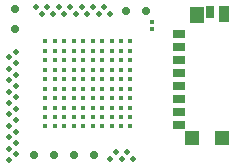
<source format=gbr>
G04 #@! TF.GenerationSoftware,KiCad,Pcbnew,(5.1.0)-1*
G04 #@! TF.CreationDate,2019-07-29T23:07:27-07:00*
G04 #@! TF.ProjectId,WireFreeV4_Release,57697265-4672-4656-9556-345f52656c65,rev?*
G04 #@! TF.SameCoordinates,Original*
G04 #@! TF.FileFunction,Paste,Top*
G04 #@! TF.FilePolarity,Positive*
%FSLAX46Y46*%
G04 Gerber Fmt 4.6, Leading zero omitted, Abs format (unit mm)*
G04 Created by KiCad (PCBNEW (5.1.0)-1) date 2019-07-29 23:07:27*
%MOMM*%
%LPD*%
G04 APERTURE LIST*
%ADD10C,0.700000*%
%ADD11R,0.340000X0.310000*%
%ADD12C,0.370000*%
%ADD13C,0.508000*%
%ADD14R,0.900000X1.400000*%
%ADD15R,0.700000X1.000000*%
%ADD16R,1.200000X1.450000*%
%ADD17R,1.000000X0.700000*%
%ADD18R,1.200000X1.150000*%
G04 APERTURE END LIST*
D10*
X142538579Y-85249261D03*
X140838579Y-85249261D03*
X134717439Y-97448819D03*
X138140000Y-97430000D03*
X136417439Y-97428819D03*
X133050000Y-97440000D03*
X131430000Y-85080000D03*
X131448039Y-86812839D03*
D11*
X143010000Y-86770000D03*
X143010000Y-86220000D03*
D12*
X134018900Y-95034720D03*
X134018900Y-94234720D03*
X134018900Y-93434720D03*
X134018900Y-92634720D03*
X134018900Y-91834720D03*
X134018900Y-91034720D03*
X134018900Y-90234720D03*
X134018900Y-89434720D03*
X134018900Y-88634720D03*
X134018900Y-87834720D03*
X134818900Y-95034720D03*
X134818900Y-94234720D03*
X134818900Y-93434720D03*
X134818900Y-92634720D03*
X134818900Y-91834720D03*
X134818900Y-91034720D03*
X134818900Y-90234720D03*
X134818900Y-89434720D03*
X134818900Y-88634720D03*
X134818900Y-87834720D03*
X135618900Y-95034720D03*
X135618900Y-94234720D03*
X135618900Y-93434720D03*
X135618900Y-92634720D03*
X135618900Y-91834720D03*
X135618900Y-91034720D03*
X135618900Y-90234720D03*
X135618900Y-89434720D03*
X135618900Y-88634720D03*
X135618900Y-87834720D03*
X136418900Y-95034720D03*
X136418900Y-94234720D03*
X136418900Y-93434720D03*
X136418900Y-92634720D03*
X136418900Y-91834720D03*
X136418900Y-91034720D03*
X136418900Y-90234720D03*
X136418900Y-89434720D03*
X136418900Y-88634720D03*
X136418900Y-87834720D03*
X137218900Y-95034720D03*
X137218900Y-94234720D03*
X137218900Y-93434720D03*
X137218900Y-92634720D03*
X137218900Y-91834720D03*
X137218900Y-91034720D03*
X137218900Y-90234720D03*
X137218900Y-89434720D03*
X137218900Y-88634720D03*
X137218900Y-87834720D03*
X138018900Y-95034720D03*
X138018900Y-94234720D03*
X138018900Y-93434720D03*
X138018900Y-92634720D03*
X138018900Y-91834720D03*
X138018900Y-91034720D03*
X138018900Y-90234720D03*
X138018900Y-89434720D03*
X138018900Y-88634720D03*
X138018900Y-87834720D03*
X138818900Y-95034720D03*
X138818900Y-94234720D03*
X138818900Y-93434720D03*
X138818900Y-92634720D03*
X138818900Y-91834720D03*
X138818900Y-91034720D03*
X138818900Y-90234720D03*
X138818900Y-89434720D03*
X138818900Y-88634720D03*
X138818900Y-87834720D03*
X139618900Y-95034720D03*
X139618900Y-94234720D03*
X139618900Y-93434720D03*
X139618900Y-92634720D03*
X139618900Y-91834720D03*
X139618900Y-91034720D03*
X139618900Y-90234720D03*
X139618900Y-89434720D03*
X139618900Y-88634720D03*
X139618900Y-87834720D03*
X140418900Y-95034720D03*
X140418900Y-94234720D03*
X140418900Y-93434720D03*
X140418900Y-92634720D03*
X140418900Y-91834720D03*
X140418900Y-91034720D03*
X140418900Y-90234720D03*
X140418900Y-89434720D03*
X140418900Y-88634720D03*
X140418900Y-87834720D03*
X141218900Y-95034720D03*
X141218900Y-94234720D03*
X141218900Y-93434720D03*
X141218900Y-92634720D03*
X141218900Y-91834720D03*
X141218900Y-91034720D03*
X141218900Y-90234720D03*
X141218900Y-89434720D03*
X141218900Y-88634720D03*
X141218900Y-87834720D03*
D13*
X133222325Y-84909120D03*
X133704924Y-85518720D03*
X134187524Y-84909120D03*
X134670123Y-85518720D03*
X135152723Y-84909120D03*
X135635322Y-85518720D03*
X136117922Y-84909120D03*
X136600521Y-85518720D03*
X137083121Y-84909120D03*
X137565720Y-85518720D03*
X138048320Y-84909120D03*
X138530919Y-85518720D03*
X139013519Y-84909120D03*
X139496118Y-85518720D03*
X130903360Y-97872919D03*
X131512960Y-97390320D03*
X130903360Y-96907720D03*
X131512960Y-96425121D03*
X130903360Y-95942521D03*
X131512960Y-95459922D03*
X130903360Y-94977322D03*
X131512960Y-94494723D03*
X130903360Y-94012123D03*
X131512960Y-93529524D03*
X130903360Y-93046924D03*
X131512960Y-92564325D03*
X130903360Y-92081725D03*
X131512960Y-91599126D03*
X130903360Y-91116526D03*
X131512960Y-90633927D03*
X130903360Y-90151327D03*
X131512960Y-89668728D03*
X130903360Y-89186128D03*
X131512960Y-88703529D03*
D14*
X149138960Y-85548840D03*
D15*
X147988960Y-85348840D03*
D16*
X146838960Y-85573840D03*
D17*
X145348960Y-87198840D03*
X145348960Y-88298840D03*
X145348960Y-93798840D03*
X145348960Y-92698840D03*
X145348960Y-89398840D03*
X145348960Y-90498840D03*
X145348960Y-91598840D03*
X145348960Y-94898840D03*
D18*
X146398960Y-95973840D03*
X148988960Y-95973840D03*
D13*
X141432399Y-97797540D03*
X140949800Y-97187940D03*
X140467200Y-97797540D03*
X139984601Y-97187940D03*
X139502001Y-97797540D03*
M02*

</source>
